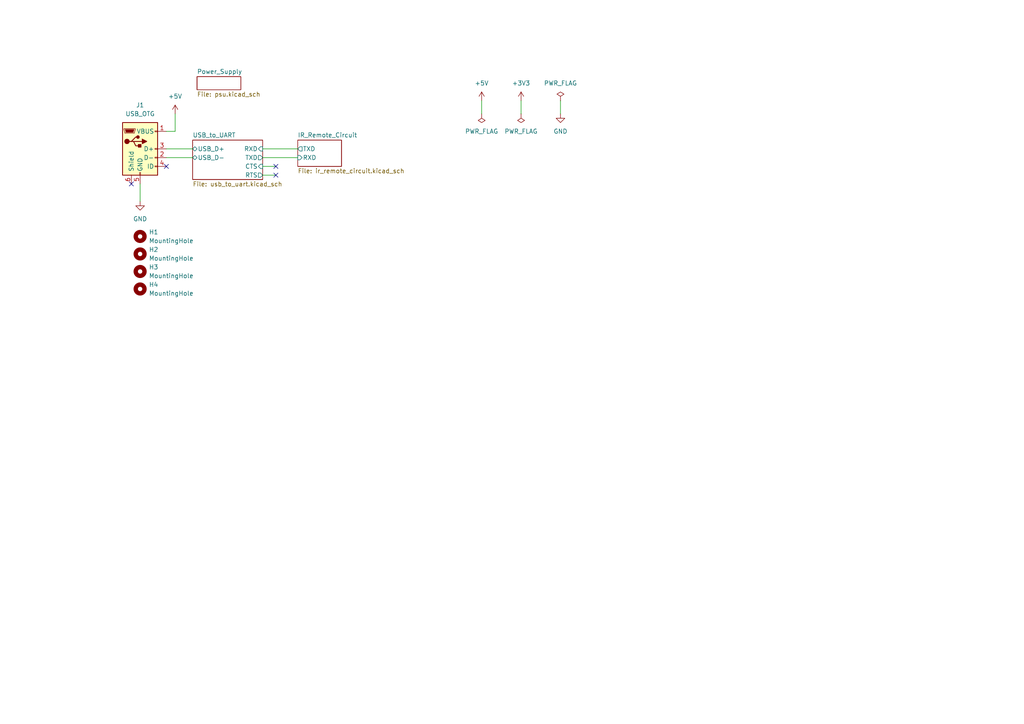
<source format=kicad_sch>
(kicad_sch (version 20211123) (generator eeschema)
  (paper "A4")
  (lib_symbols
    (symbol "Connector:USB_OTG" (pin_names (offset 1.016))
      (property "Reference" "J" (at -5.08 11.43 0))
      (property "Value" "USB_OTG" (at -5.08 8.89 0))
      (symbol "USB_OTG_0_1"
        (rectangle (start -5.08 -7.62) (end 5.08 7.62) (stroke (width 0.254)) (fill (type background)))
        (circle (center -3.81 2.159) (radius 0.635) (stroke (width 0.254)) (fill (type outline)))
        (circle (center -0.635 3.429) (radius 0.381) (stroke (width 0.254)) (fill (type outline)))
        (rectangle (start -0.127 -7.62) (end 0.127 -6.858))
        (polyline (pts (xy -1.905 2.159) (xy 0.635 2.159)) (stroke (width 0.254)))
        (polyline (pts (xy -3.175 2.159) (xy -2.54 2.159) (xy -1.27 3.429) (xy -0.635 3.429)) (stroke (width 0.254)))
        (polyline (pts (xy -2.54 2.159) (xy -1.905 2.159) (xy -1.27 0.889) (xy 0 0.889)) (stroke (width 0.254)))
        (polyline (pts (xy 0.635 2.794) (xy 0.635 1.524) (xy 1.905 2.159) (xy 0.635 2.794)) (stroke (width 0.254)) (fill (type outline)))
        (polyline (pts (xy -4.318 5.588) (xy -1.778 5.588) (xy -2.032 4.826) (xy -4.064 4.826) (xy -4.318 5.588)) (fill (type outline)))
        (polyline (pts (xy -4.699 5.842) (xy -4.699 5.588) (xy -4.445 4.826) (xy -4.445 4.572) (xy -1.651 4.572) (xy -1.651 4.826) (xy -1.397 5.588) (xy -1.397 5.842) (xy -4.699 5.842)))
        (rectangle (start 0.254 1.27) (end -0.508 0.508) (stroke (width 0.254)) (fill (type outline)))
        (rectangle (start 5.08 -5.207) (end 4.318 -4.953))
        (rectangle (start 5.08 -2.667) (end 4.318 -2.413))
        (rectangle (start 5.08 -0.127) (end 4.318 0.127))
        (rectangle (start 5.08 4.953) (end 4.318 5.207))
      )
      (symbol "USB_OTG_1_1"
        (pin passive line (at 7.62 5.08 180) (length 2.54) (name "VBUS") (number "1"))
        (pin bidirectional line (at 7.62 -2.54 180) (length 2.54) (name "D-") (number "2"))
        (pin bidirectional line (at 7.62 0 180) (length 2.54) (name "D+") (number "3"))
        (pin passive line (at 7.62 -5.08 180) (length 2.54) (name "ID") (number "4"))
        (pin passive line (at 0 -10.16 90) (length 2.54) (name "GND") (number "5"))
        (pin passive line (at -2.54 -10.16 90) (length 2.54) (name "Shield") (number "6"))
      )
    )
    (symbol "Mechanical:MountingHole" (pin_names (offset 1.016))
      (property "Reference" "H" (at 0 5.08 0))
      (property "Value" "MountingHole" (at 0 3.175 0))
      (symbol "MountingHole_0_1"
        (circle (center 0 0) (radius 1.27) (stroke (width 1.27)))
      )
    )
    (symbol "power:+3.3V" (power) (pin_names (offset 0))
      (property "Value" "+3.3V" (at 0 3.556 0))
      (symbol "+3.3V_0_1"
        (polyline (pts (xy -0.762 1.27) (xy 0 2.54)))
        (polyline (pts (xy 0 0) (xy 0 2.54)))
        (polyline (pts (xy 0 2.54) (xy 0.762 1.27)))
      )
      (symbol "+3.3V_1_1"
        (pin power_in line (at 0 0 90) (length 0) hide (name "+3V3") (number "1"))
      )
    )
    (symbol "power:+5V" (power) (pin_names (offset 0))
      (property "Value" "+5V" (at 0 3.556 0))
      (symbol "+5V_0_1"
        (polyline (pts (xy -0.762 1.27) (xy 0 2.54)))
        (polyline (pts (xy 0 0) (xy 0 2.54)))
        (polyline (pts (xy 0 2.54) (xy 0.762 1.27)))
      )
      (symbol "+5V_1_1"
        (pin power_in line (at 0 0 90) (length 0) hide (name "+5V") (number "1"))
      )
    )
    (symbol "power:GND" (power) (pin_names (offset 0))
      (property "Value" "GND" (at 0 -3.81 0))
      (symbol "GND_0_1"
        (polyline (pts (xy 0 0) (xy 0 -1.27) (xy 1.27 -1.27) (xy 0 -2.54) (xy -1.27 -1.27) (xy 0 -1.27)))
      )
      (symbol "GND_1_1"
        (pin power_in line (at 0 0 270) (length 0) hide (name "GND") (number "1"))
      )
    )
    (symbol "power:PWR_FLAG" (power) (pin_numbers hide) (pin_names (offset 0) hide)
      (property "Value" "PWR_FLAG" (at 0 3.81 0))
      (symbol "PWR_FLAG_0_0"
        (pin power_out line (at 0 0 90) (length 0) (name "pwr") (number "1"))
      )
      (symbol "PWR_FLAG_0_1"
        (polyline (pts (xy 0 0) (xy 0 1.27) (xy -1.016 1.905) (xy 0 2.54) (xy 1.016 1.905) (xy 0 1.27)))
      )
    )
  )
  (no_connect (at 38.1 53.34))
  (no_connect (at 80.01 50.8))
  (no_connect (at 80.01 48.26))
  (no_connect (at 48.26 48.26))
  (wire (pts (xy 48.26 38.1) (xy 50.8 38.1)))
  (wire (pts (xy 48.26 45.72) (xy 55.88 45.72)))
  (wire (pts (xy 50.8 33.02) (xy 50.8 38.1)))
  (wire (pts (xy 139.7 29.21) (xy 139.7 33.02)))
  (wire (pts (xy 40.64 53.34) (xy 40.64 58.42)))
  (wire (pts (xy 76.2 50.8) (xy 80.01 50.8)))
  (wire (pts (xy 76.2 45.72) (xy 86.36 45.72)))
  (wire (pts (xy 162.56 29.21) (xy 162.56 33.02)))
  (wire (pts (xy 48.26 43.18) (xy 55.88 43.18)))
  (wire (pts (xy 76.2 43.18) (xy 86.36 43.18)))
  (wire (pts (xy 76.2 48.26) (xy 80.01 48.26)))
  (wire (pts (xy 151.13 29.21) (xy 151.13 33.02)))
  (symbol (lib_id "power:+5V") (at 139.7 29.21 0) (unit 1)
    (property "Reference" "#PWR0104" (effects hide))
    (property "Value" "+5V" (at 139.7 24.13 0))
  )
  (symbol (lib_id "Mechanical:MountingHole") (at 40.64 83.82 0) (unit 1)
    (property "Reference" "H4" (at 43.18 82.5499 0) (effects (justify left)))
    (property "Value" "MountingHole" (at 43.18 85.0899 0) (effects (justify left)))
    (property "Footprint" "MountingHole:MountingHole_3.2mm_M3" (effects hide))
  )
  (symbol (lib_id "power:GND") (at 40.64 58.42 0) (unit 1)
    (property "Reference" "#PWR01" (effects hide))
    (property "Value" "GND" (at 40.64 63.5 0))
  )
  (symbol (lib_id "power:+3.3V") (at 151.13 29.21 0) (unit 1)
    (property "Reference" "#PWR0105" (effects hide))
    (property "Value" "+3.3V" (at 151.13 24.13 0))
  )
  (symbol (lib_id "Mechanical:MountingHole") (at 40.64 73.66 0) (unit 1)
    (property "Reference" "H2" (at 43.18 72.3899 0) (effects (justify left)))
    (property "Value" "MountingHole" (at 43.18 74.9299 0) (effects (justify left)))
    (property "Footprint" "MountingHole:MountingHole_3.2mm_M3" (effects hide))
  )
  (symbol (lib_id "Mechanical:MountingHole") (at 40.64 68.58 0) (unit 1)
    (property "Reference" "H1" (at 43.18 67.3099 0) (effects (justify left)))
    (property "Value" "MountingHole" (at 43.18 69.8499 0) (effects (justify left)))
    (property "Footprint" "MountingHole:MountingHole_3.2mm_M3" (effects hide))
  )
  (symbol (lib_id "Connector:USB_OTG") (at 40.64 43.18 0) (unit 1)
    (property "Reference" "J1" (at 40.64 30.48 0))
    (property "Value" "USB_OTG" (at 40.64 33.02 0))
    (property "Footprint" "Connector_USB:USB_Micro-AB_Molex_47590-0001" (effects hide))
    (property "Datasheet" " ~" (effects hide))
  )
  (symbol (lib_id "power:PWR_FLAG") (at 139.7 33.02 180) (unit 1)
    (property "Reference" "#FLG0103" (effects hide))
    (property "Value" "PWR_FLAG" (at 139.7 38.1 0))
  )
  (symbol (lib_id "power:PWR_FLAG") (at 151.13 33.02 180) (unit 1)
    (property "Reference" "#FLG0102" (effects hide))
    (property "Value" "PWR_FLAG" (at 151.13 38.1 0))
  )
  (symbol (lib_id "power:GND") (at 162.56 33.02 0) (unit 1)
    (property "Reference" "#PWR0103" (effects hide))
    (property "Value" "GND" (at 162.56 38.1 0))
  )
  (symbol (lib_id "power:+5V") (at 50.8 33.02 0) (unit 1)
    (property "Reference" "#PWR02" (effects hide))
    (property "Value" "+5V" (at 50.8 27.94 0))
  )
  (symbol (lib_id "power:PWR_FLAG") (at 162.56 29.21 0) (unit 1)
    (property "Reference" "#FLG0101" (effects hide))
    (property "Value" "PWR_FLAG" (at 162.56 24.13 0))
  )
  (symbol (lib_id "Mechanical:MountingHole") (at 40.64 78.74 0) (unit 1)
    (property "Reference" "H3" (at 43.18 77.4699 0) (effects (justify left)))
    (property "Value" "MountingHole" (at 43.18 80.0099 0) (effects (justify left)))
    (property "Footprint" "MountingHole:MountingHole_3.2mm_M3" (effects hide))
  )
  (sheet (at 86.36 40.64) (size 12.7 7.62) (stroke (width 0.1524))
    (property "Sheet name" "IR_Remote_Circuit" (at 86.36 39.9284 0) (effects (justify left bottom)))
    (property "Sheet file" "ir_remote_circuit.kicad_sch" (at 86.36 48.8446 0) (effects (justify left top)))
    (pin "TXD" output (at 86.36 43.18 180))
    (pin "RXD" input (at 86.36 45.72 180))
  )
  (sheet (at 57.15 22.225) (size 12.7 3.81) (stroke (width 0.1524))
    (property "Sheet name" "Power_Supply" (at 57.15 21.5134 0) (effects (justify left bottom)))
    (property "Sheet file" "psu.kicad_sch" (at 57.15 26.6196 0) (effects (justify left top)))
  )
  (sheet (at 55.88 40.64) (size 20.32 11.43) (stroke (width 0.1524))
    (property "Sheet name" "USB_to_UART" (at 55.88 39.9284 0) (effects (justify left bottom)))
    (property "Sheet file" "usb_to_uart.kicad_sch" (at 55.88 52.6546 0) (effects (justify left top)))
    (pin "USB_D+" bidirectional (at 55.88 43.18 180))
    (pin "USB_D-" bidirectional (at 55.88 45.72 180))
    (pin "RXD" input (at 76.2 43.18 0))
    (pin "TXD" output (at 76.2 45.72 0))
    (pin "CTS" input (at 76.2 48.26 0))
    (pin "RTS" output (at 76.2 50.8 0))
  )
)
</source>
